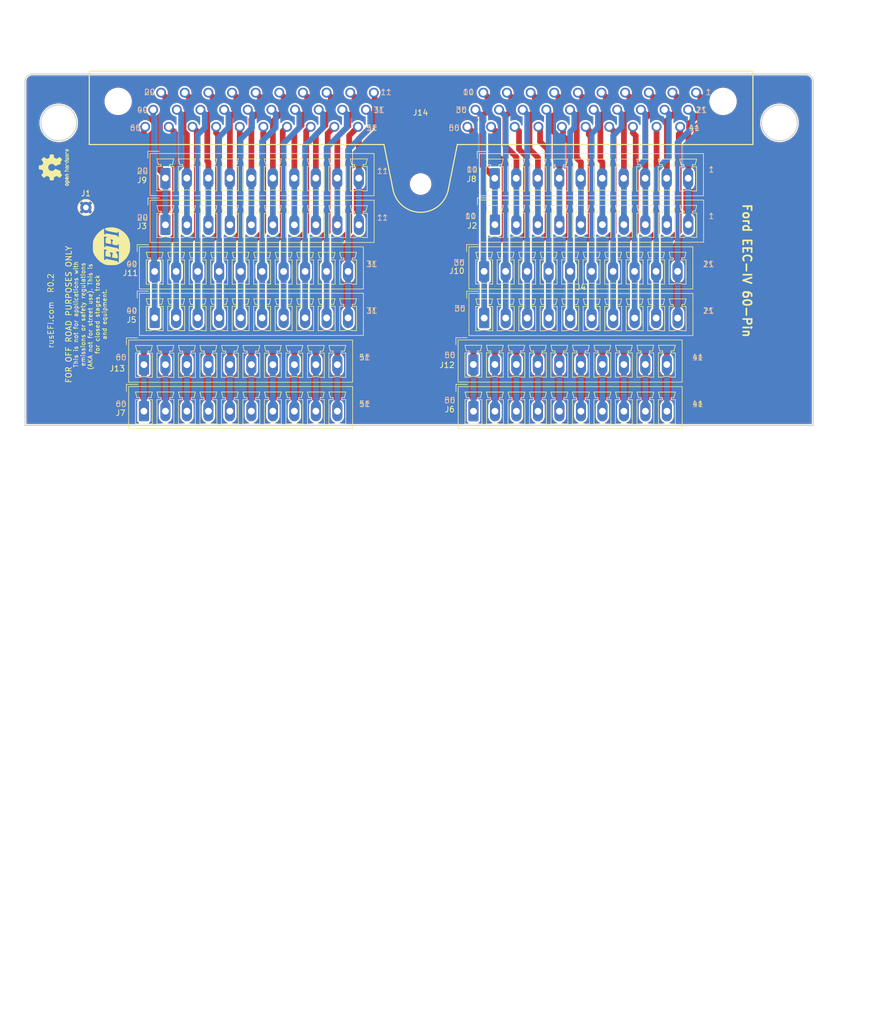
<source format=kicad_pcb>
(kicad_pcb (version 20171130) (host pcbnew 5.1.9)
  (title_block (title "134pin 7-967288-1 Breakout board") (date 2020-06-02) (rev R0.1))
  (layers (0 F.Cu signal hide) (31 B.Cu signal) (34 B.Paste user) (35 F.Paste user) (36 B.SilkS user hide) (37 F.SilkS user) (38 B.Mask user) (39 F.Mask user) (44 Edge.Cuts user))
  (net 0 "")
  (net 1 "Net-(J11-Pad4)")
  (net 2 "Net-(J11-Pad3)")
  (net 3 "Net-(J11-Pad2)")
  (net 4 "Net-(J10-Pad4)")
  (net 5 "Net-(J10-Pad3)")
  (net 6 "Net-(J10-Pad2)")
  (net 7 "Net-(J13-Pad2)")
  (net 8 "Net-(J14-Pad2)")
  (net 9 GND)
  (net 10 /420)
  (net 11 /421)
  (net 12 /10)
  (net 13 "Net-(J14-Pad9)")
  (net 14 "Net-(J14-Pad8)")
  (net 15 "Net-(J14-Pad7)")
  (net 16 "Net-(J14-Pad6)")
  (net 17 /5)
  (net 18 "Net-(J14-Pad4)")
  (net 19 "Net-(J14-Pad3)")
  (net 20 /1)
  (net 21 "Net-(J14-Pad19)")
  (net 22 "Net-(J14-Pad18)")
  (net 23 "Net-(J14-Pad17)")
  (net 24 "Net-(J14-Pad16)")
  (net 25 /15)
  (net 26 "Net-(J14-Pad14)")
  (net 27 "Net-(J14-Pad13)")
  (net 28 "Net-(J14-Pad12)")
  (net 29 /11)
  (net 30 /25)
  (net 31 "Net-(J10-Pad7)")
  (net 32 "Net-(J10-Pad8)")
  (net 33 /31)
  (net 34 "Net-(J12-Pad8)")
  (net 35 "Net-(J12-Pad7)")
  (net 36 /45)
  (net 37 "Net-(J12-Pad4)")
  (net 38 "Net-(J12-Pad3)")
  (net 39 "Net-(J12-Pad2)")
  (net 40 /41)
  (net 41 /60)
  (net 42 "Net-(J13-Pad9)")
  (net 43 /55)
  (net 44 /54)
  (net 45 /53)
  (net 46 "Net-(J10-Pad9)")
  (net 47 "Net-(J10-Pad5)")
  (net 48 /30)
  (net 49 "Net-(J11-Pad9)")
  (net 50 "Net-(J11-Pad8)")
  (net 51 "Net-(J11-Pad7)")
  (net 52 /35)
  (net 53 "Net-(J11-Pad5)")
  (net 54 /40)
  (net 55 "Net-(J12-Pad9)")
  (net 56 "Net-(J12-Pad5)")
  (net 57 /50)
  (net 58 "Net-(J13-Pad10)")
  (net 59 "Net-(J13-Pad5)")
  (net 60 "Net-(J13-Pad4)")
  (net 61 "Net-(J13-Pad3)")
  (module rusEFI:eeciv (layer F.Cu) (at 166.009425 62.296099)
    (fp_text reference J14 (at -0.019 7.401) (layer F.SilkS))
    (fp_text value EEC-IV)
    (pad 20 thru_hole circle (at -46.009 3.858) (size 1.778 1.778) (drill 1.143) (layers *.Cu *.Mask) (net 10 /420))
    (pad 18 thru_hole circle (at -37.627 3.861) (size 1.778 1.778) (drill 1.143) (layers *.Cu *.Mask) (net 22 "Net-(J14-Pad18)"))
    (pad 14 thru_hole circle (at -20.869 3.855) (size 1.778 1.778) (drill 1.143) (layers *.Cu *.Mask) (net 26 "Net-(J14-Pad14)"))
    (pad 15 thru_hole circle (at -25.055 3.852) (size 1.778 1.778) (drill 1.143) (layers *.Cu *.Mask) (net 25 /15))
    (pad 19 thru_hole circle (at -41.823 3.861) (size 1.778 1.778) (drill 1.143) (layers *.Cu *.Mask) (net 21 "Net-(J14-Pad19)"))
    (pad 13 thru_hole circle (at -16.673 3.855) (size 1.778 1.778) (drill 1.143) (layers *.Cu *.Mask) (net 27 "Net-(J14-Pad13)"))
    (pad 17 thru_hole circle (at -33.435 3.857) (size 1.778 1.778) (drill 1.143) (layers *.Cu *.Mask) (net 23 "Net-(J14-Pad17)"))
    (pad 11 thru_hole circle (at -8.293 3.857) (size 1.778 1.778) (drill 1.143) (layers *.Cu *.Mask) (net 29 /11))
    (pad 16 thru_hole circle (at -29.247 3.863) (size 1.778 1.778) (drill 1.143) (layers *.Cu *.Mask) (net 24 "Net-(J14-Pad16)"))
    (pad 12 thru_hole circle (at -12.481 3.851) (size 1.778 1.778) (drill 1.143) (layers *.Cu *.Mask) (net 28 "Net-(J14-Pad12)"))
    (pad 40 thru_hole circle (at -47.413 6.884) (size 1.778 1.778) (drill 1.143) (layers *.Cu *.Mask) (net 54 /40))
    (pad 38 thru_hole circle (at -39.031 6.887) (size 1.778 1.778) (drill 1.143) (layers *.Cu *.Mask) (net 2 "Net-(J11-Pad3)"))
    (pad 34 thru_hole circle (at -22.273 6.881) (size 1.778 1.778) (drill 1.143) (layers *.Cu *.Mask) (net 51 "Net-(J11-Pad7)"))
    (pad 35 thru_hole circle (at -26.459 6.878) (size 1.778 1.778) (drill 1.143) (layers *.Cu *.Mask) (net 52 /35))
    (pad 39 thru_hole circle (at -43.227 6.887) (size 1.778 1.778) (drill 1.143) (layers *.Cu *.Mask) (net 3 "Net-(J11-Pad2)"))
    (pad 33 thru_hole circle (at -18.077 6.881) (size 1.778 1.778) (drill 1.143) (layers *.Cu *.Mask) (net 50 "Net-(J11-Pad8)"))
    (pad 37 thru_hole circle (at -34.839 6.883) (size 1.778 1.778) (drill 1.143) (layers *.Cu *.Mask) (net 1 "Net-(J11-Pad4)"))
    (pad 31 thru_hole circle (at -9.697 6.883) (size 1.778 1.778) (drill 1.143) (layers *.Cu *.Mask) (net 33 /31))
    (pad 36 thru_hole circle (at -30.651 6.889) (size 1.778 1.778) (drill 1.143) (layers *.Cu *.Mask) (net 53 "Net-(J11-Pad5)"))
    (pad 32 thru_hole circle (at -13.885 6.877) (size 1.778 1.778) (drill 1.143) (layers *.Cu *.Mask) (net 49 "Net-(J11-Pad9)"))
    (pad 55 thru_hole circle (at -27.875 9.903) (size 1.778 1.778) (drill 1.143) (layers *.Cu *.Mask) (net 43 /55))
    (pad 53 thru_hole circle (at -19.493 9.906) (size 1.778 1.778) (drill 1.143) (layers *.Cu *.Mask) (net 45 /53))
    (pad 54 thru_hole circle (at -23.689 9.906) (size 1.778 1.778) (drill 1.143) (layers *.Cu *.Mask) (net 44 /54))
    (pad 52 thru_hole circle (at -15.301 9.902) (size 1.778 1.778) (drill 1.143) (layers *.Cu *.Mask) (net 42 "Net-(J13-Pad9)"))
    (pad 51 thru_hole circle (at -11.113 9.908) (size 1.778 1.778) (drill 1.143) (layers *.Cu *.Mask) (net 58 "Net-(J13-Pad10)"))
    (pad 56 thru_hole circle (at -32.067 9.914) (size 1.778 1.778) (drill 1.143) (layers *.Cu *.Mask) (net 59 "Net-(J13-Pad5)"))
    (pad 57 thru_hole circle (at -36.255 9.908) (size 1.778 1.778) (drill 1.143) (layers *.Cu *.Mask) (net 60 "Net-(J13-Pad4)"))
    (pad 58 thru_hole circle (at -40.447 9.912) (size 1.778 1.778) (drill 1.143) (layers *.Cu *.Mask) (net 61 "Net-(J13-Pad3)"))
    (pad 59 thru_hole circle (at -44.643 9.912) (size 1.778 1.778) (drill 1.143) (layers *.Cu *.Mask) (net 7 "Net-(J13-Pad2)"))
    (pad 60 thru_hole circle (at -48.829 9.909) (size 1.778 1.778) (drill 1.143) (layers *.Cu *.Mask) (net 41 /60))
    (pad 42 thru_hole circle (at 41.819 9.899) (size 1.778 1.778) (drill 1.143) (layers *.Cu *.Mask) (net 55 "Net-(J12-Pad9)"))
    (pad 1 thru_hole circle (at 48.827 3.854) (size 1.778 1.778) (drill 1.143) (layers *.Cu *.Mask) (net 20 /1))
    (pad 9 thru_hole circle (at 15.297 3.858) (size 1.778 1.778) (drill 1.143) (layers *.Cu *.Mask) (net 13 "Net-(J14-Pad9)"))
    (pad 45 thru_hole circle (at 29.245 9.9) (size 1.778 1.778) (drill 1.143) (layers *.Cu *.Mask) (net 36 /45))
    (pad 41 thru_hole circle (at 46.007 9.905) (size 1.778 1.778) (drill 1.143) (layers *.Cu *.Mask) (net 40 /41))
    (pad 43 thru_hole circle (at 37.627 9.903) (size 1.778 1.778) (drill 1.143) (layers *.Cu *.Mask) (net 34 "Net-(J12-Pad8)"))
    (pad 2 thru_hole circle (at 44.639 3.848) (size 1.778 1.778) (drill 1.143) (layers *.Cu *.Mask) (net 8 "Net-(J14-Pad2)"))
    (pad 7 thru_hole circle (at 23.685 3.854) (size 1.778 1.778) (drill 1.143) (layers *.Cu *.Mask) (net 15 "Net-(J14-Pad7)"))
    (pad 25 thru_hole circle (at 30.661 6.875) (size 1.778 1.778) (drill 1.143) (layers *.Cu *.Mask) (net 30 /25))
    (pad 24 thru_hole circle (at 34.847 6.878) (size 1.778 1.778) (drill 1.143) (layers *.Cu *.Mask) (net 31 "Net-(J10-Pad7)"))
    (pad 21 thru_hole circle (at 47.423 6.88) (size 1.778 1.778) (drill 1.143) (layers *.Cu *.Mask) (net 11 /421))
    (pad 28 thru_hole circle (at 18.089 6.884) (size 1.778 1.778) (drill 1.143) (layers *.Cu *.Mask) (net 5 "Net-(J10-Pad3)"))
    (pad 23 thru_hole circle (at 39.043 6.878) (size 1.778 1.778) (drill 1.143) (layers *.Cu *.Mask) (net 32 "Net-(J10-Pad8)"))
    (pad 44 thru_hole circle (at 33.431 9.903) (size 1.778 1.778) (drill 1.143) (layers *.Cu *.Mask) (net 35 "Net-(J12-Pad7)"))
    (pad 22 thru_hole circle (at 43.235 6.874) (size 1.778 1.778) (drill 1.143) (layers *.Cu *.Mask) (net 46 "Net-(J10-Pad9)"))
    (pad 3 thru_hole circle (at 40.447 3.852) (size 1.778 1.778) (drill 1.143) (layers *.Cu *.Mask) (net 19 "Net-(J14-Pad3)"))
    (pad 26 thru_hole circle (at 26.469 6.886) (size 1.778 1.778) (drill 1.143) (layers *.Cu *.Mask) (net 47 "Net-(J10-Pad5)"))
    (pad 10 thru_hole circle (at 11.111 3.855) (size 1.778 1.778) (drill 1.143) (layers *.Cu *.Mask) (net 12 /10))
    (pad 29 thru_hole circle (at 13.893 6.884) (size 1.778 1.778) (drill 1.143) (layers *.Cu *.Mask) (net 6 "Net-(J10-Pad2)"))
    (pad 8 thru_hole circle (at 19.493 3.858) (size 1.778 1.778) (drill 1.143) (layers *.Cu *.Mask) (net 14 "Net-(J14-Pad8)"))
    (pad 5 thru_hole circle (at 32.065 3.849) (size 1.778 1.778) (drill 1.143) (layers *.Cu *.Mask) (net 17 /5))
    (pad 46 thru_hole circle (at 25.053 9.911) (size 1.778 1.778) (drill 1.143) (layers *.Cu *.Mask) (net 56 "Net-(J12-Pad5)"))
    (pad 50 thru_hole circle (at 8.291 9.906) (size 1.778 1.778) (drill 1.143) (layers *.Cu *.Mask) (net 57 /50))
    (pad 49 thru_hole circle (at 12.477 9.909) (size 1.778 1.778) (drill 1.143) (layers *.Cu *.Mask) (net 39 "Net-(J12-Pad2)"))
    (pad 4 thru_hole circle (at 36.251 3.852) (size 1.778 1.778) (drill 1.143) (layers *.Cu *.Mask) (net 18 "Net-(J14-Pad4)"))
    (pad 30 thru_hole circle (at 9.707 6.881) (size 1.778 1.778) (drill 1.143) (layers *.Cu *.Mask) (net 48 /30))
    (pad 48 thru_hole circle (at 16.673 9.909) (size 1.778 1.778) (drill 1.143) (layers *.Cu *.Mask) (net 38 "Net-(J12-Pad3)"))
    (pad 47 thru_hole circle (at 20.865 9.905) (size 1.778 1.778) (drill 1.143) (layers *.Cu *.Mask) (net 37 "Net-(J12-Pad4)"))
    (pad 27 thru_hole circle (at 22.281 6.88) (size 1.778 1.778) (drill 1.143) (layers *.Cu *.Mask) (net 4 "Net-(J10-Pad4)"))
    (pad 6 thru_hole circle (at 27.873 3.86) (size 1.778 1.778) (drill 1.143) (layers *.Cu *.Mask) (net 16 "Net-(J14-Pad6)"))
    (pad "" np_thru_hole circle (at 53.617 5.412) (size 4.25 4.25) (drill 4.25) (layers *.Cu *.Mask))
    (pad "" np_thru_hole circle (at -53.624 5.407) (size 4.25 4.25) (drill 4.25) (layers *.Cu *.Mask))
    (pad "" np_thru_hole circle (at -0.003 20.048) (size 3.22 3.22) (drill 3.22) (layers *.Cu *.Mask))
  )
  (module Connector_Phoenix_MC:PhoenixContact_MCV_1,5_10-G-3.81_1x10_P3.81mm_Vertical (layer F.Cu) (at 116.9543 114.3381)
    (fp_text reference J13 (at -4.7244 0.6858) (layer F.SilkS))
    (fp_text value Conn_01x10)
    (pad 10 thru_hole oval (at 34.29 0) (size 1.8 3.6) (drill 1.2) (layers *.Cu *.Mask) (net 58 "Net-(J13-Pad10)"))
    (pad 9 thru_hole oval (at 30.48 0) (size 1.8 3.6) (drill 1.2) (layers *.Cu *.Mask) (net 42 "Net-(J13-Pad9)"))
    (pad 8 thru_hole oval (at 26.67 0) (size 1.8 3.6) (drill 1.2) (layers *.Cu *.Mask) (net 45 /53))
    (pad 7 thru_hole oval (at 22.86 0) (size 1.8 3.6) (drill 1.2) (layers *.Cu *.Mask) (net 44 /54))
    (pad 6 thru_hole oval (at 19.05 0) (size 1.8 3.6) (drill 1.2) (layers *.Cu *.Mask) (net 43 /55))
    (pad 5 thru_hole oval (at 15.24 0) (size 1.8 3.6) (drill 1.2) (layers *.Cu *.Mask) (net 59 "Net-(J13-Pad5)"))
    (pad 4 thru_hole oval (at 11.43 0) (size 1.8 3.6) (drill 1.2) (layers *.Cu *.Mask) (net 60 "Net-(J13-Pad4)"))
    (pad 3 thru_hole oval (at 7.62 0) (size 1.8 3.6) (drill 1.2) (layers *.Cu *.Mask) (net 61 "Net-(J13-Pad3)"))
    (pad 2 thru_hole oval (at 3.81 0) (size 1.8 3.6) (drill 1.2) (layers *.Cu *.Mask) (net 7 "Net-(J13-Pad2)"))
    (pad 1 thru_hole roundrect (at 0 0) (size 1.8 3.6) (drill 1.2) (layers *.Cu *.Mask) (roundrect_rratio 0.1388888888888889) (net 41 /60))
  )
  (module Connector_Phoenix_MC:PhoenixContact_MCV_1,5_10-G-3.81_1x10_P3.81mm_Vertical (layer F.Cu) (at 175.3616 114.3127)
    (fp_text reference J12 (at -4.6736 0.1016) (layer F.SilkS))
    (fp_text value Conn_01x10)
    (pad 10 thru_hole oval (at 34.29 0) (size 1.8 3.6) (drill 1.2) (layers *.Cu *.Mask) (net 40 /41))
    (pad 9 thru_hole oval (at 30.48 0) (size 1.8 3.6) (drill 1.2) (layers *.Cu *.Mask) (net 55 "Net-(J12-Pad9)"))
    (pad 8 thru_hole oval (at 26.67 0) (size 1.8 3.6) (drill 1.2) (layers *.Cu *.Mask) (net 34 "Net-(J12-Pad8)"))
    (pad 7 thru_hole oval (at 22.86 0) (size 1.8 3.6) (drill 1.2) (layers *.Cu *.Mask) (net 35 "Net-(J12-Pad7)"))
    (pad 6 thru_hole oval (at 19.05 0) (size 1.8 3.6) (drill 1.2) (layers *.Cu *.Mask) (net 36 /45))
    (pad 5 thru_hole oval (at 15.24 0) (size 1.8 3.6) (drill 1.2) (layers *.Cu *.Mask) (net 56 "Net-(J12-Pad5)"))
    (pad 4 thru_hole oval (at 11.43 0) (size 1.8 3.6) (drill 1.2) (layers *.Cu *.Mask) (net 37 "Net-(J12-Pad4)"))
    (pad 3 thru_hole oval (at 7.62 0) (size 1.8 3.6) (drill 1.2) (layers *.Cu *.Mask) (net 38 "Net-(J12-Pad3)"))
    (pad 2 thru_hole oval (at 3.81 0) (size 1.8 3.6) (drill 1.2) (layers *.Cu *.Mask) (net 39 "Net-(J12-Pad2)"))
    (pad 1 thru_hole roundrect (at 0 0) (size 1.8 3.6) (drill 1.2) (layers *.Cu *.Mask) (roundrect_rratio 0.1388888888888889) (net 57 /50))
  )
  (module Connector_Phoenix_MC:PhoenixContact_MCV_1,5_10-G-3.81_1x10_P3.81mm_Vertical (layer F.Cu) (at 118.8593 97.8281)
    (fp_text reference J11 (at -4.3053 0.2794) (layer F.SilkS))
    (fp_text value Conn_01x10)
    (pad 10 thru_hole oval (at 34.29 0) (size 1.8 3.6) (drill 1.2) (layers *.Cu *.Mask) (net 33 /31))
    (pad 9 thru_hole oval (at 30.48 0) (size 1.8 3.6) (drill 1.2) (layers *.Cu *.Mask) (net 49 "Net-(J11-Pad9)"))
    (pad 8 thru_hole oval (at 26.67 0) (size 1.8 3.6) (drill 1.2) (layers *.Cu *.Mask) (net 50 "Net-(J11-Pad8)"))
    (pad 7 thru_hole oval (at 22.86 0) (size 1.8 3.6) (drill 1.2) (layers *.Cu *.Mask) (net 51 "Net-(J11-Pad7)"))
    (pad 6 thru_hole oval (at 19.05 0) (size 1.8 3.6) (drill 1.2) (layers *.Cu *.Mask) (net 52 /35))
    (pad 5 thru_hole oval (at 15.24 0) (size 1.8 3.6) (drill 1.2) (layers *.Cu *.Mask) (net 53 "Net-(J11-Pad5)"))
    (pad 4 thru_hole oval (at 11.43 0) (size 1.8 3.6) (drill 1.2) (layers *.Cu *.Mask) (net 1 "Net-(J11-Pad4)"))
    (pad 3 thru_hole oval (at 7.62 0) (size 1.8 3.6) (drill 1.2) (layers *.Cu *.Mask) (net 2 "Net-(J11-Pad3)"))
    (pad 2 thru_hole oval (at 3.81 0) (size 1.8 3.6) (drill 1.2) (layers *.Cu *.Mask) (net 3 "Net-(J11-Pad2)"))
    (pad 1 thru_hole roundrect (at 0 0) (size 1.8 3.6) (drill 1.2) (layers *.Cu *.Mask) (roundrect_rratio 0.1388888888888889) (net 54 /40))
  )
  (module Connector_Phoenix_MC:PhoenixContact_MCV_1,5_10-G-3.81_1x10_P3.81mm_Vertical (layer F.Cu) (at 177.2666 97.8154)
    (fp_text reference J10 (at -4.8387 -0.0762) (layer F.SilkS))
    (fp_text value Conn_01x10)
    (pad 10 thru_hole oval (at 34.29 0) (size 1.8 3.6) (drill 1.2) (layers *.Cu *.Mask) (net 11 /421))
    (pad 9 thru_hole oval (at 30.48 0) (size 1.8 3.6) (drill 1.2) (layers *.Cu *.Mask) (net 46 "Net-(J10-Pad9)"))
    (pad 8 thru_hole oval (at 26.67 0) (size 1.8 3.6) (drill 1.2) (layers *.Cu *.Mask) (net 32 "Net-(J10-Pad8)"))
    (pad 7 thru_hole oval (at 22.86 0) (size 1.8 3.6) (drill 1.2) (layers *.Cu *.Mask) (net 31 "Net-(J10-Pad7)"))
    (pad 6 thru_hole oval (at 19.05 0) (size 1.8 3.6) (drill 1.2) (layers *.Cu *.Mask) (net 30 /25))
    (pad 5 thru_hole oval (at 15.24 0) (size 1.8 3.6) (drill 1.2) (layers *.Cu *.Mask) (net 47 "Net-(J10-Pad5)"))
    (pad 4 thru_hole oval (at 11.43 0) (size 1.8 3.6) (drill 1.2) (layers *.Cu *.Mask) (net 4 "Net-(J10-Pad4)"))
    (pad 3 thru_hole oval (at 7.62 0) (size 1.8 3.6) (drill 1.2) (layers *.Cu *.Mask) (net 5 "Net-(J10-Pad3)"))
    (pad 2 thru_hole oval (at 3.81 0) (size 1.8 3.6) (drill 1.2) (layers *.Cu *.Mask) (net 6 "Net-(J10-Pad2)"))
    (pad 1 thru_hole roundrect (at 0 0) (size 1.8 3.6) (drill 1.2) (layers *.Cu *.Mask) (roundrect_rratio 0.1388888888888889) (net 48 /30))
  )
  (module Connector_Phoenix_MC:PhoenixContact_MCV_1,5_10-G-3.81_1x10_P3.81mm_Vertical (layer F.Cu) (at 120.7516 81.2927)
    (fp_text reference J9 (at -4.1402 0.3683) (layer F.SilkS))
    (fp_text value Conn_01x10)
    (pad 10 thru_hole oval (at 34.29 0) (size 1.8 3.6) (drill 1.2) (layers *.Cu *.Mask) (net 29 /11))
    (pad 9 thru_hole oval (at 30.48 0) (size 1.8 3.6) (drill 1.2) (layers *.Cu *.Mask) (net 28 "Net-(J14-Pad12)"))
    (pad 8 thru_hole oval (at 26.67 0) (size 1.8 3.6) (drill 1.2) (layers *.Cu *.Mask) (net 27 "Net-(J14-Pad13)"))
    (pad 7 thru_hole oval (at 22.86 0) (size 1.8 3.6) (drill 1.2) (layers *.Cu *.Mask) (net 26 "Net-(J14-Pad14)"))
    (pad 6 thru_hole oval (at 19.05 0) (size 1.8 3.6) (drill 1.2) (layers *.Cu *.Mask) (net 25 /15))
    (pad 5 thru_hole oval (at 15.24 0) (size 1.8 3.6) (drill 1.2) (layers *.Cu *.Mask) (net 24 "Net-(J14-Pad16)"))
    (pad 4 thru_hole oval (at 11.43 0) (size 1.8 3.6) (drill 1.2) (layers *.Cu *.Mask) (net 23 "Net-(J14-Pad17)"))
    (pad 3 thru_hole oval (at 7.62 0) (size 1.8 3.6) (drill 1.2) (layers *.Cu *.Mask) (net 22 "Net-(J14-Pad18)"))
    (pad 2 thru_hole oval (at 3.81 0) (size 1.8 3.6) (drill 1.2) (layers *.Cu *.Mask) (net 21 "Net-(J14-Pad19)"))
    (pad 1 thru_hole roundrect (at 0 0) (size 1.8 3.6) (drill 1.2) (layers *.Cu *.Mask) (roundrect_rratio 0.1388888888888889) (net 10 /420))
  )
  (module Connector_Phoenix_MC:PhoenixContact_MCV_1,5_10-G-3.81_1x10_P3.81mm_Vertical (layer F.Cu) (at 179.1462 81.3181)
    (fp_text reference J8 (at -4.1021 0.1397) (layer F.SilkS))
    (fp_text value Conn_01x10)
    (pad 10 thru_hole oval (at 34.29 0) (size 1.8 3.6) (drill 1.2) (layers *.Cu *.Mask) (net 20 /1))
    (pad 9 thru_hole oval (at 30.48 0) (size 1.8 3.6) (drill 1.2) (layers *.Cu *.Mask) (net 8 "Net-(J14-Pad2)"))
    (pad 8 thru_hole oval (at 26.67 0) (size 1.8 3.6) (drill 1.2) (layers *.Cu *.Mask) (net 19 "Net-(J14-Pad3)"))
    (pad 7 thru_hole oval (at 22.86 0) (size 1.8 3.6) (drill 1.2) (layers *.Cu *.Mask) (net 18 "Net-(J14-Pad4)"))
    (pad 6 thru_hole oval (at 19.05 0) (size 1.8 3.6) (drill 1.2) (layers *.Cu *.Mask) (net 17 /5))
    (pad 5 thru_hole oval (at 15.24 0) (size 1.8 3.6) (drill 1.2) (layers *.Cu *.Mask) (net 16 "Net-(J14-Pad6)"))
    (pad 4 thru_hole oval (at 11.43 0) (size 1.8 3.6) (drill 1.2) (layers *.Cu *.Mask) (net 15 "Net-(J14-Pad7)"))
    (pad 3 thru_hole oval (at 7.62 0) (size 1.8 3.6) (drill 1.2) (layers *.Cu *.Mask) (net 14 "Net-(J14-Pad8)"))
    (pad 2 thru_hole oval (at 3.81 0) (size 1.8 3.6) (drill 1.2) (layers *.Cu *.Mask) (net 13 "Net-(J14-Pad9)"))
    (pad 1 thru_hole roundrect (at 0 0) (size 1.8 3.6) (drill 1.2) (layers *.Cu *.Mask) (roundrect_rratio 0.1388888888888889) (net 12 /10))
  )
  (module Connector_Phoenix_MC:PhoenixContact_MCV_1,5_10-G-3.81_1x10_P3.81mm_Vertical (layer F.Cu) (at 116.9543 122.5804)
    (fp_text reference J7 (at -4.1402 0.3175) (layer F.SilkS))
    (fp_text value Conn_01x10)
    (pad 10 thru_hole oval (at 34.29 0) (size 1.8 3.6) (drill 1.2) (layers *.Cu *.Mask) (net 58 "Net-(J13-Pad10)"))
    (pad 9 thru_hole oval (at 30.48 0) (size 1.8 3.6) (drill 1.2) (layers *.Cu *.Mask) (net 42 "Net-(J13-Pad9)"))
    (pad 8 thru_hole oval (at 26.67 0) (size 1.8 3.6) (drill 1.2) (layers *.Cu *.Mask) (net 45 /53))
    (pad 7 thru_hole oval (at 22.86 0) (size 1.8 3.6) (drill 1.2) (layers *.Cu *.Mask) (net 44 /54))
    (pad 6 thru_hole oval (at 19.05 0) (size 1.8 3.6) (drill 1.2) (layers *.Cu *.Mask) (net 43 /55))
    (pad 5 thru_hole oval (at 15.24 0) (size 1.8 3.6) (drill 1.2) (layers *.Cu *.Mask) (net 59 "Net-(J13-Pad5)"))
    (pad 4 thru_hole oval (at 11.43 0) (size 1.8 3.6) (drill 1.2) (layers *.Cu *.Mask) (net 60 "Net-(J13-Pad4)"))
    (pad 3 thru_hole oval (at 7.62 0) (size 1.8 3.6) (drill 1.2) (layers *.Cu *.Mask) (net 61 "Net-(J13-Pad3)"))
    (pad 2 thru_hole oval (at 3.81 0) (size 1.8 3.6) (drill 1.2) (layers *.Cu *.Mask) (net 7 "Net-(J13-Pad2)"))
    (pad 1 thru_hole roundrect (at 0 0) (size 1.8 3.6) (drill 1.2) (layers *.Cu *.Mask) (roundrect_rratio 0.1388888888888889) (net 41 /60))
  )
  (module Connector_Phoenix_MC:PhoenixContact_MCV_1,5_10-G-3.81_1x10_P3.81mm_Vertical (layer F.Cu) (at 175.3743 122.5931)
    (fp_text reference J6 (at -4.2037 -0.3302) (layer F.SilkS))
    (fp_text value Conn_01x10)
    (pad 10 thru_hole oval (at 34.29 0) (size 1.8 3.6) (drill 1.2) (layers *.Cu *.Mask) (net 40 /41))
    (pad 9 thru_hole oval (at 30.48 0) (size 1.8 3.6) (drill 1.2) (layers *.Cu *.Mask) (net 55 "Net-(J12-Pad9)"))
    (pad 8 thru_hole oval (at 26.67 0) (size 1.8 3.6) (drill 1.2) (layers *.Cu *.Mask) (net 34 "Net-(J12-Pad8)"))
    (pad 7 thru_hole oval (at 22.86 0) (size 1.8 3.6) (drill 1.2) (layers *.Cu *.Mask) (net 35 "Net-(J12-Pad7)"))
    (pad 6 thru_hole oval (at 19.05 0) (size 1.8 3.6) (drill 1.2) (layers *.Cu *.Mask) (net 36 /45))
    (pad 5 thru_hole oval (at 15.24 0) (size 1.8 3.6) (drill 1.2) (layers *.Cu *.Mask) (net 56 "Net-(J12-Pad5)"))
    (pad 4 thru_hole oval (at 11.43 0) (size 1.8 3.6) (drill 1.2) (layers *.Cu *.Mask) (net 37 "Net-(J12-Pad4)"))
    (pad 3 thru_hole oval (at 7.62 0) (size 1.8 3.6) (drill 1.2) (layers *.Cu *.Mask) (net 38 "Net-(J12-Pad3)"))
    (pad 2 thru_hole oval (at 3.81 0) (size 1.8 3.6) (drill 1.2) (layers *.Cu *.Mask) (net 39 "Net-(J12-Pad2)"))
    (pad 1 thru_hole roundrect (at 0 0) (size 1.8 3.6) (drill 1.2) (layers *.Cu *.Mask) (roundrect_rratio 0.1388888888888889) (net 57 /50))
  )
  (module Connector_Phoenix_MC:PhoenixContact_MCV_1,5_10-G-3.81_1x10_P3.81mm_Vertical (layer F.Cu) (at 118.8593 106.0577)
    (fp_text reference J5 (at -4.1021 0.3429) (layer F.SilkS))
    (fp_text value Conn_01x10)
    (pad 10 thru_hole oval (at 34.29 0) (size 1.8 3.6) (drill 1.2) (layers *.Cu *.Mask) (net 33 /31))
    (pad 9 thru_hole oval (at 30.48 0) (size 1.8 3.6) (drill 1.2) (layers *.Cu *.Mask) (net 49 "Net-(J11-Pad9)"))
    (pad 8 thru_hole oval (at 26.67 0) (size 1.8 3.6) (drill 1.2) (layers *.Cu *.Mask) (net 50 "Net-(J11-Pad8)"))
    (pad 7 thru_hole oval (at 22.86 0) (size 1.8 3.6) (drill 1.2) (layers *.Cu *.Mask) (net 51 "Net-(J11-Pad7)"))
    (pad 6 thru_hole oval (at 19.05 0) (size 1.8 3.6) (drill 1.2) (layers *.Cu *.Mask) (net 52 /35))
    (pad 5 thru_hole oval (at 15.24 0) (size 1.8 3.6) (drill 1.2) (layers *.Cu *.Mask) (net 53 "Net-(J11-Pad5)"))
    (pad 4 thru_hole oval (at 11.43 0) (size 1.8 3.6) (drill 1.2) (layers *.Cu *.Mask) (net 1 "Net-(J11-Pad4)"))
    (pad 3 thru_hole oval (at 7.62 0) (size 1.8 3.6) (drill 1.2) (layers *.Cu *.Mask) (net 2 "Net-(J11-Pad3)"))
    (pad 2 thru_hole oval (at 3.81 0) (size 1.8 3.6) (drill 1.2) (layers *.Cu *.Mask) (net 3 "Net-(J11-Pad2)"))
    (pad 1 thru_hole roundrect (at 0 0) (size 1.8 3.6) (drill 1.2) (layers *.Cu *.Mask) (roundrect_rratio 0.1388888888888889) (net 54 /40))
  )
  (module Connector_Phoenix_MC:PhoenixContact_MCV_1,5_10-G-3.81_1x10_P3.81mm_Vertical (layer F.Cu) (at 177.2793 106.0831)
    (fp_text reference J4 (at 17.14 -5.45) (layer F.SilkS))
    (fp_text value Conn_01x10)
    (pad 10 thru_hole oval (at 34.29 0) (size 1.8 3.6) (drill 1.2) (layers *.Cu *.Mask) (net 11 /421))
    (pad 9 thru_hole oval (at 30.48 0) (size 1.8 3.6) (drill 1.2) (layers *.Cu *.Mask) (net 46 "Net-(J10-Pad9)"))
    (pad 8 thru_hole oval (at 26.67 0) (size 1.8 3.6) (drill 1.2) (layers *.Cu *.Mask) (net 32 "Net-(J10-Pad8)"))
    (pad 7 thru_hole oval (at 22.86 0) (size 1.8 3.6) (drill 1.2) (layers *.Cu *.Mask) (net 31 "Net-(J10-Pad7)"))
    (pad 6 thru_hole oval (at 19.05 0) (size 1.8 3.6) (drill 1.2) (layers *.Cu *.Mask) (net 30 /25))
    (pad 5 thru_hole oval (at 15.24 0) (size 1.8 3.6) (drill 1.2) (layers *.Cu *.Mask) (net 47 "Net-(J10-Pad5)"))
    (pad 4 thru_hole oval (at 11.43 0) (size 1.8 3.6) (drill 1.2) (layers *.Cu *.Mask) (net 4 "Net-(J10-Pad4)"))
    (pad 3 thru_hole oval (at 7.62 0) (size 1.8 3.6) (drill 1.2) (layers *.Cu *.Mask) (net 5 "Net-(J10-Pad3)"))
    (pad 2 thru_hole oval (at 3.81 0) (size 1.8 3.6) (drill 1.2) (layers *.Cu *.Mask) (net 6 "Net-(J10-Pad2)"))
    (pad 1 thru_hole roundrect (at 0 0) (size 1.8 3.6) (drill 1.2) (layers *.Cu *.Mask) (roundrect_rratio 0.1388888888888889) (net 48 /30))
  )
  (module Connector_Phoenix_MC:PhoenixContact_MCV_1,5_10-G-3.81_1x10_P3.81mm_Vertical (layer F.Cu) (at 120.7643 89.5731)
    (fp_text reference J3 (at -4.1656 0.2286) (layer F.SilkS))
    (fp_text value Conn_01x10)
    (pad 10 thru_hole oval (at 34.29 0) (size 1.8 3.6) (drill 1.2) (layers *.Cu *.Mask) (net 29 /11))
    (pad 9 thru_hole oval (at 30.48 0) (size 1.8 3.6) (drill 1.2) (layers *.Cu *.Mask) (net 28 "Net-(J14-Pad12)"))
    (pad 8 thru_hole oval (at 26.67 0) (size 1.8 3.6) (drill 1.2) (layers *.Cu *.Mask) (net 27 "Net-(J14-Pad13)"))
    (pad 7 thru_hole oval (at 22.86 0) (size 1.8 3.6) (drill 1.2) (layers *.Cu *.Mask) (net 26 "Net-(J14-Pad14)"))
    (pad 6 thru_hole oval (at 19.05 0) (size 1.8 3.6) (drill 1.2) (layers *.Cu *.Mask) (net 25 /15))
    (pad 5 thru_hole oval (at 15.24 0) (size 1.8 3.6) (drill 1.2) (layers *.Cu *.Mask) (net 24 "Net-(J14-Pad16)"))
    (pad 4 thru_hole oval (at 11.43 0) (size 1.8 3.6) (drill 1.2) (layers *.Cu *.Mask) (net 23 "Net-(J14-Pad17)"))
    (pad 3 thru_hole oval (at 7.62 0) (size 1.8 3.6) (drill 1.2) (layers *.Cu *.Mask) (net 22 "Net-(J14-Pad18)"))
    (pad 2 thru_hole oval (at 3.81 0) (size 1.8 3.6) (drill 1.2) (layers *.Cu *.Mask) (net 21 "Net-(J14-Pad19)"))
    (pad 1 thru_hole roundrect (at 0 0) (size 1.8 3.6) (drill 1.2) (layers *.Cu *.Mask) (roundrect_rratio 0.1388888888888889) (net 10 /420))
  )
  (module Connector_Phoenix_MC:PhoenixContact_MCV_1,5_10-G-3.81_1x10_P3.81mm_Vertical (layer F.Cu) (at 179.1716 89.535)
    (fp_text reference J2 (at -4.0132 0.1905) (layer F.SilkS))
    (fp_text value Conn_01x10)
    (pad 10 thru_hole oval (at 34.29 0) (size 1.8 3.6) (drill 1.2) (layers *.Cu *.Mask) (net 20 /1))
    (pad 9 thru_hole oval (at 30.48 0) (size 1.8 3.6) (drill 1.2) (layers *.Cu *.Mask) (net 8 "Net-(J14-Pad2)"))
    (pad 8 thru_hole oval (at 26.67 0) (size 1.8 3.6) (drill 1.2) (layers *.Cu *.Mask) (net 19 "Net-(J14-Pad3)"))
    (pad 7 thru_hole oval (at 22.86 0) (size 1.8 3.6) (drill 1.2) (layers *.Cu *.Mask) (net 18 "Net-(J14-Pad4)"))
    (pad 6 thru_hole oval (at 19.05 0) (size 1.8 3.6) (drill 1.2) (layers *.Cu *.Mask) (net 17 /5))
    (pad 5 thru_hole oval (at 15.24 0) (size 1.8 3.6) (drill 1.2) (layers *.Cu *.Mask) (net 16 "Net-(J14-Pad6)"))
    (pad 4 thru_hole oval (at 11.43 0) (size 1.8 3.6) (drill 1.2) (layers *.Cu *.Mask) (net 15 "Net-(J14-Pad7)"))
    (pad 3 thru_hole oval (at 7.62 0) (size 1.8 3.6) (drill 1.2) (layers *.Cu *.Mask) (net 14 "Net-(J14-Pad8)"))
    (pad 2 thru_hole oval (at 3.81 0) (size 1.8 3.6) (drill 1.2) (layers *.Cu *.Mask) (net 13 "Net-(J14-Pad9)"))
    (pad 1 thru_hole roundrect (at 0 0) (size 1.8 3.6) (drill 1.2) (layers *.Cu *.Mask) (roundrect_rratio 0.1388888888888889) (net 12 /10))
  )
  (module rusEFI:LOGO (layer F.Cu) (at 111.2393 93.3704 90)
    (fp_text reference G2 hide)
    (fp_text value LOGO hide)
  )
  (module rusEFI:Off_Road_Disclaimer (layer F.Cu) (at 106.7943 105.4354 90)
    (fp_text reference G1 hide)
    (fp_text value Disclaimer hide)
    (fp_text user "FOR OFF ROAD PURPOSES ONLY" (at 0 -3.175 90) (layer F.SilkS))
    (fp_text user "This is not for applications with" (at 0 -1.905 90) (layer F.SilkS) (effects (font (size 0.762 0.762) (thickness 0.127))))
    (fp_text user "emissions or safety regulations" (at 0 -0.635 90) (layer F.SilkS) (effects (font (size 0.762 0.762) (thickness 0.127))))
    (fp_text user "(AKA not for street use). This is " (at -0.127 0.635 90) (layer F.SilkS) (effects (font (size 0.762 0.762) (thickness 0.127))))
    (fp_text user "for closed stages, track" (at 0 1.905 90) (layer F.SilkS) (effects (font (size 0.762 0.762) (thickness 0.127))))
    (fp_text user "and equipment." (at 0 3.175 90) (layer F.SilkS) (effects (font (size 0.762 0.762) (thickness 0.127))))
  )
  (module Symbol:OSHW-Logo2_7.3x6mm_SilkScreen (layer F.Cu) (at 101.0793 79.4004 90)
    (fp_text reference LOGO1 hide)
    (fp_text value DNP hide)
  )
  (module TestPoint:TestPoint_Keystone_5000-5004_Miniature (layer F.Cu) (at 106.6673 86.4997)
    (fp_text reference J1 (at 0 -2.5) (layer F.SilkS))
    (fp_text value Conn_01x01)
    (pad 1 thru_hole circle (at 0 0) (size 2 2) (drill 1) (layers *.Cu *.Mask) (net 9 GND))
  )
  (gr_text "Ford EEC-IV 60-Pin" (at 223.8629 97.6884 -90) (layer F.SilkS) (effects (font (size 1.5 1.5) (thickness 0.3))))
  (gr_text 11 (at 159.2453 88.2904) (layer B.SilkS) (effects (font (size 1.016 1.016) (thickness 0.13)) (justify mirror)))
  (gr_text 11 (at 159.2453 88.2904) (layer F.SilkS) (effects (font (size 1.016 1.016) (thickness 0.13))))
  (gr_text 11 (at 159.2453 80.0354) (layer F.SilkS) (effects (font (size 1.016 1.016) (thickness 0.13))))
  (gr_text 11 (at 159.2453 80.0354) (layer B.SilkS) (effects (font (size 1.016 1.016) (thickness 0.13)) (justify mirror)))
  (gr_text 31 (at 157.3403 104.8004) (layer F.SilkS) (effects (font (size 1.016 1.016) (thickness 0.13))))
  (gr_text 31 (at 157.3403 104.8004) (layer B.SilkS) (effects (font (size 1.016 1.016) (thickness 0.13)) (justify mirror)))
  (gr_text 31 (at 157.3403 96.5454) (layer F.SilkS) (effects (font (size 1.016 1.016) (thickness 0.13))))
  (gr_text 31 (at 157.3403 96.5454) (layer B.SilkS) (effects (font (size 1.016 1.016) (thickness 0.13)) (justify mirror)))
  (gr_text 51 (at 156.0703 113.0554) (layer B.SilkS) (effects (font (size 1.016 1.016) (thickness 0.13)) (justify mirror)))
  (gr_text 51 (at 156.0703 113.0554) (layer F.SilkS) (effects (font (size 1.016 1.016) (thickness 0.13))))
  (gr_text 51 (at 156.0703 121.3104) (layer B.SilkS) (effects (font (size 1.016 1.016) (thickness 0.13)) (justify mirror)))
  (gr_text 51 (at 156.0703 121.3104) (layer F.SilkS) (effects (font (size 1.016 1.016) (thickness 0.13))))
  (gr_text 20 (at 116.7003 88.2904) (layer B.SilkS) (effects (font (size 1.016 1.016) (thickness 0.13)) (justify mirror)))
  (gr_text 20 (at 116.7003 88.2904) (layer F.SilkS) (effects (font (size 1.016 1.016) (thickness 0.13))))
  (gr_text 20 (at 116.7003 80.0354) (layer F.SilkS) (effects (font (size 1.016 1.016) (thickness 0.13))))
  (gr_text 20 (at 116.7003 80.0354) (layer B.SilkS) (effects (font (size 1.016 1.016) (thickness 0.13)) (justify mirror)))
  (gr_text 40 (at 114.7953 104.8004) (layer B.SilkS) (effects (font (size 1.016 1.016) (thickness 0.13)) (justify mirror)))
  (gr_text 40 (at 114.7953 104.8004) (layer F.SilkS) (effects (font (size 1.016 1.016) (thickness 0.13))))
  (gr_text 40 (at 114.7953 96.5454) (layer F.SilkS) (effects (font (size 1.016 1.016) (thickness 0.13))))
  (gr_text 40 (at 114.7953 96.5454) (layer B.SilkS) (effects (font (size 1.016 1.016) (thickness 0.13)) (justify mirror)))
  (gr_text 60 (at 112.8903 121.3104) (layer B.SilkS) (effects (font (size 1.016 1.016) (thickness 0.13)) (justify mirror)))
  (gr_text 60 (at 112.8903 121.3104) (layer F.SilkS) (effects (font (size 1.016 1.016) (thickness 0.13))))
  (gr_text 60 (at 112.8903 113.0554) (layer F.SilkS) (effects (font (size 1.016 1.016) (thickness 0.13))))
  (gr_text 60 (at 112.8903 113.0554) (layer B.SilkS) (effects (font (size 1.016 1.016) (thickness 0.13)) (justify mirror)))
  (gr_text 41 (at 215.1253 121.3104) (layer B.SilkS) (effects (font (size 1.016 1.016) (thickness 0.13)) (justify mirror)))
  (gr_text 41 (at 215.1253 121.3104) (layer F.SilkS) (effects (font (size 1.016 1.016) (thickness 0.13))))
  (gr_text 41 (at 215.1253 113.0554) (layer F.SilkS) (effects (font (size 1.016 1.016) (thickness 0.13))))
  (gr_text 41 (at 215.1253 113.0554) (layer B.SilkS) (effects (font (size 1.016 1.016) (thickness 0.13)) (justify mirror)))
  (gr_text 21 (at 217.0303 104.8004) (layer F.SilkS) (effects (font (size 1.016 1.016) (thickness 0.13))))
  (gr_text 21 (at 217.0303 104.8004) (layer B.SilkS) (effects (font (size 1.016 1.016) (thickness 0.13)) (justify mirror)))
  (gr_text 21 (at 217.0303 96.5454) (layer F.SilkS) (effects (font (size 1.016 1.016) (thickness 0.13))))
  (gr_text 21 (at 217.0303 96.5454) (layer B.SilkS) (effects (font (size 1.016 1.016) (thickness 0.13)) (justify mirror)))
  (gr_text 1 (at 217.5383 88.0364) (layer B.SilkS) (effects (font (size 1.016 1.016) (thickness 0.13)) (justify mirror)))
  (gr_text 1 (at 217.5383 88.0364) (layer F.SilkS) (effects (font (size 1.016 1.016) (thickness 0.13))))
  (gr_text 1 (at 217.5383 79.7814) (layer F.SilkS) (effects (font (size 1.016 1.016) (thickness 0.13))))
  (gr_text 1 (at 217.5383 79.7814) (layer B.SilkS) (effects (font (size 1.016 1.016) (thickness 0.13)) (justify mirror)))
  (gr_text 10 (at 174.8663 88.0364) (layer B.SilkS) (effects (font (size 1.016 1.016) (thickness 0.13)) (justify mirror)))
  (gr_text 10 (at 174.8663 88.0364) (layer F.SilkS) (effects (font (size 1.016 1.016) (thickness 0.13))))
  (gr_text 10 (at 175.1203 79.7814) (layer F.SilkS) (effects (font (size 1.016 1.016) (thickness 0.13))))
  (gr_text 10 (at 175.1203 79.7814) (layer B.SilkS) (effects (font (size 1.016 1.016) (thickness 0.13)) (justify mirror)))
  (gr_text 30 (at 172.9613 104.4194) (layer B.SilkS) (effects (font (size 1.016 1.016) (thickness 0.13)) (justify mirror)))
  (gr_text 30 (at 172.9613 104.4194) (layer F.SilkS) (effects (font (size 1.016 1.016) (thickness 0.13))))
  (gr_text 30 (at 172.8343 96.2914) (layer F.SilkS) (effects (font (size 1.016 1.016) (thickness 0.13))))
  (gr_text 30 (at 172.8343 96.2914) (layer B.SilkS) (effects (font (size 1.016 1.016) (thickness 0.13)) (justify mirror)))
  (gr_text 50 (at 171.1833 120.6754) (layer F.SilkS) (effects (font (size 1.016 1.016) (thickness 0.13))))
  (gr_text 50 (at 171.1833 120.6754) (layer B.SilkS) (effects (font (size 1.016 1.016) (thickness 0.13)) (justify mirror)))
  (gr_text 50 (at 171.1833 112.6744) (layer F.SilkS) (effects (font (size 1.016 1.016) (thickness 0.13))))
  (gr_text 50 (at 171.1833 112.6744) (layer B.SilkS) (effects (font (size 1.016 1.016) (thickness 0.13)) (justify mirror)))
  (gr_circle (center 229.616 71.501) (end 232.791 71.501) (layer Edge.Cuts) (width 0.2))
  (gr_circle (center 101.854 71.501) (end 105.029 71.501) (layer Edge.Cuts) (width 0.2))
  (gr_arc (start 234.315 64.135) (end 235.585 64.135) (angle -90) (layer Edge.Cuts) (width 0.2))
  (gr_arc (start 97.155 64.135) (end 97.155 62.865) (angle -90) (layer Edge.Cuts) (width 0.2))
  (gr_line (start 95.885 64.135) (end 95.885 125.095) (layer Edge.Cuts) (width 0.2))
  (gr_line (start 234.315 62.865) (end 97.155 62.865) (layer Edge.Cuts) (width 0.2))
  (gr_line (start 235.585 125.095) (end 235.585 64.135) (layer Edge.Cuts) (width 0.2))
  (gr_line (start 95.885 125.095) (end 235.585 125.095) (layer Edge.Cuts) (width 0.2))
  (gr_text 60 (at 115.4303 72.4154) (layer B.SilkS) (effects (font (size 1.016 1.016) (thickness 0.13)) (justify mirror)))
  (gr_text 60 (at 115.4303 72.4154) (layer F.SilkS) (effects (font (size 1.016 1.016) (thickness 0.13))))
  (gr_text "rusEFI.com  R0.2" (at 100.4443 104.8004 90) (layer F.SilkS) (effects (font (size 1.016 1.016) (thickness 0.13))))
  (gr_text 1 (at 217.0303 66.0654) (layer B.SilkS) (effects (font (size 1.016 1.016) (thickness 0.13)) (justify mirror)))
  (gr_text 21 (at 215.7603 69.2404) (layer B.SilkS) (effects (font (size 1.016 1.016) (thickness 0.13)) (justify mirror)))
  (gr_text 10 (at 174.4853 66.0654) (layer B.SilkS) (effects (font (size 1.016 1.016) (thickness 0.13)) (justify mirror)))
  (gr_text 30 (at 173.2153 69.2404) (layer B.SilkS) (effects (font (size 1.016 1.016) (thickness 0.13)) (justify mirror)))
  (gr_text 50 (at 171.9453 72.4154) (layer B.SilkS) (effects (font (size 1.016 1.016) (thickness 0.13)) (justify mirror)))
  (gr_text 11 (at 159.8803 66.0654) (layer B.SilkS) (effects (font (size 1.016 1.016) (thickness 0.13)) (justify mirror)))
  (gr_text 31 (at 158.6103 69.2404) (layer B.SilkS) (effects (font (size 1.016 1.016) (thickness 0.13)) (justify mirror)))
  (gr_text 41 (at 214.4903 72.4154) (layer B.SilkS) (effects (font (size 1.016 1.016) (thickness 0.13)) (justify mirror)))
  (gr_text 51 (at 157.3403 72.4154) (layer B.SilkS) (effects (font (size 1.016 1.016) (thickness 0.13)) (justify mirror)))
  (gr_text 40 (at 116.7003 69.2404) (layer B.SilkS) (effects (font (size 1.016 1.016) (thickness 0.13)) (justify mirror)))
  (gr_text 20 (at 117.9703 66.0654) (layer B.SilkS) (effects (font (size 1.016 1.016) (thickness 0.13)) (justify mirror)))
  (gr_text 30 (at 173.2153 69.2404) (layer F.SilkS) (effects (font (size 1.016 1.016) (thickness 0.13))))
  (gr_text 1 (at 217.0303 66.0654) (layer F.SilkS) (effects (font (size 1.016 1.016) (thickness 0.13))))
  (gr_text 21 (at 215.7603 69.2404) (layer F.SilkS) (effects (font (size 1.016 1.016) (thickness 0.13))))
  (gr_text 10 (at 174.4853 66.0654) (layer F.SilkS) (effects (font (size 1.016 1.016) (thickness 0.13))))
  (gr_text 50 (at 171.9453 72.4154) (layer F.SilkS) (effects (font (size 1.016 1.016) (thickness 0.13))))
  (gr_text 11 (at 159.8803 66.0654) (layer F.SilkS) (effects (font (size 1.016 1.016) (thickness 0.13))))
  (gr_text 31 (at 158.6103 69.2404) (layer F.SilkS) (effects (font (size 1.016 1.016) (thickness 0.13))))
  (gr_text 20 (at 117.9703 66.0654) (layer F.SilkS) (effects (font (size 1.016 1.016) (thickness 0.13))))
  (gr_text 40 (at 116.7003 69.2404) (layer F.SilkS) (effects (font (size 1.016 1.016) (thickness 0.13))))
  (gr_text 41 (at 214.4903 72.4154) (layer F.SilkS) (effects (font (size 1.016 1.016) (thickness 0.13))))
  (gr_text 51 (at 157.3403 72.4154) (layer F.SilkS) (effects (font (size 1.016 1.016) (thickness 0.13))))
  (segment (start 131.937399 69.938499) (end 131.1754 69.1765) (width 1.016) (layer B.Cu) (net 1))
  (segment (start 131.937399 72.354207) (end 131.937399 69.938499) (width 1.016) (layer B.Cu) (net 1))
  (segment (start 130.2893 74.002306) (end 131.937399 72.354207) (width 1.016) (layer B.Cu) (net 1))
  (segment (start 130.2893 97.8154) (end 130.2893 74.002306) (width 1.016) (layer B.Cu) (net 1))
  (segment (start 130.2893 97.8154) (end 130.2893 106.0704) (width 1.016) (layer B.Cu) (net 1))
  (segment (start 127.745399 72.358207) (end 127.745399 69.942499) (width 1.016) (layer B.Cu) (net 2))
  (segment (start 127.745399 69.942499) (end 126.9834 69.1805) (width 1.016) (layer B.Cu) (net 2))
  (segment (start 126.4793 73.624306) (end 127.745399 72.358207) (width 1.016) (layer B.Cu) (net 2))
  (segment (start 126.4793 97.8154) (end 126.4793 73.624306) (width 1.016) (layer B.Cu) (net 2))
  (segment (start 126.4793 97.8154) (end 126.4793 106.0704) (width 1.016) (layer B.Cu) (net 2))
  (segment (start 123.549399 69.942499) (end 122.7874 69.1805) (width 1.016) (layer B.Cu) (net 3))
  (segment (start 123.549399 79.008022) (end 123.549399 69.942499) (width 1.016) (layer B.Cu) (net 3))
  (segment (start 122.6693 79.888121) (end 123.549399 79.008022) (width 1.016) (layer B.Cu) (net 3))
  (segment (start 122.6693 97.8154) (end 122.6693 79.888121) (width 1.016) (layer B.Cu) (net 3))
  (segment (start 122.6693 97.8154) (end 122.6693 106.0704) (width 1.016) (layer B.Cu) (net 3))
  (segment (start 188.7093 69.5874) (end 188.2954 69.1735) (width 1.016) (layer B.Cu) (net 4))
  (segment (start 188.7093 97.8154) (end 188.7093 69.5874) (width 1.016) (layer B.Cu) (net 4))
  (segment (start 188.7093 97.8154) (end 188.7093 106.0704) (width 1.016) (layer B.Cu) (net 4))
  (segment (start 184.8993 69.9734) (end 184.1034 69.1775) (width 1.016) (layer B.Cu) (net 5))
  (segment (start 184.8993 97.8154) (end 184.8993 69.9734) (width 1.016) (layer B.Cu) (net 5))
  (segment (start 184.8993 97.8154) (end 184.8993 106.0704) (width 1.016) (layer B.Cu) (net 5))
  (segment (start 181.0893 70.3594) (end 179.9074 69.1775) (width 1.016) (layer B.Cu) (net 6))
  (segment (start 181.0893 97.8154) (end 181.0893 70.3594) (width 1.016) (layer B.Cu) (net 6))
  (segment (start 181.0893 97.8154) (end 181.0893 106.0704) (width 1.016) (layer B.Cu) (net 6))
  (segment (start 122.133399 72.967499) (end 121.3714 72.2055) (width 1.016) (layer F.Cu) (net 7))
  (segment (start 122.47711 73.31121) (end 122.133399 72.967499) (width 1.016) (layer F.Cu) (net 7))
  (segment (start 122.47711 91.550634) (end 122.47711 73.31121) (width 1.016) (layer F.Cu) (net 7))
  (segment (start 120.7643 93.263444) (end 122.47711 91.550634) (width 1.016) (layer F.Cu) (net 7))
  (segment (start 120.7643 114.3254) (end 120.7643 93.263444) (width 1.016) (layer F.Cu) (net 7))
  (segment (start 120.7643 114.3254) (end 120.7643 122.5804) (width 1.016) (layer B.Cu) (net 7))
  (segment (start 211.415399 69.332207) (end 211.415399 66.903499) (width 1.016) (layer F.Cu) (net 8))
  (segment (start 211.415399 66.903499) (end 210.6534 66.1415) (width 1.016) (layer F.Cu) (net 8))
  (segment (start 209.6643 71.083306) (end 211.415399 69.332207) (width 1.016) (layer F.Cu) (net 8))
  (segment (start 209.6643 81.3054) (end 209.6643 71.083306) (width 1.016) (layer F.Cu) (net 8))
  (segment (start 209.6643 81.3054) (end 209.6643 89.5604) (width 1.016) (layer B.Cu) (net 8))
  (segment (start 120.767399 66.913499) (end 120.0054 66.1515) (width 1.016) (layer F.Cu) (net 10))
  (segment (start 120.767399 69.342207) (end 120.767399 66.913499) (width 1.016) (layer F.Cu) (net 10))
  (segment (start 119.796599 70.313007) (end 120.767399 69.342207) (width 1.016) (layer F.Cu) (net 10))
  (segment (start 119.796599 79.956699) (end 119.796599 70.313007) (width 1.016) (layer F.Cu) (net 10))
  (segment (start 120.7643 80.9244) (end 119.796599 79.956699) (width 1.016) (layer F.Cu) (net 10))
  (segment (start 120.7643 81.3054) (end 120.7643 80.9244) (width 1.016) (layer F.Cu) (net 10))
  (segment (start 120.7643 81.3054) (end 120.7643 89.5604) (width 1.016) (layer B.Cu) (net 10))
  (segment (start 214.199399 69.935499) (end 213.4374 69.1735) (width 1.016) (layer B.Cu) (net 11))
  (segment (start 214.199399 72.351207) (end 214.199399 69.935499) (width 1.016) (layer B.Cu) (net 11))
  (segment (start 211.5693 97.8154) (end 211.5693 74.981306) (width 1.016) (layer B.Cu) (net 11))
  (segment (start 211.5693 74.981306) (end 214.199399 72.351207) (width 1.016) (layer B.Cu) (net 11))
  (segment (start 211.5693 97.8154) (end 211.5693 106.0704) (width 1.016) (layer B.Cu) (net 11))
  (segment (start 177.887399 66.910499) (end 177.1254 66.1485) (width 1.016) (layer F.Cu) (net 12))
  (segment (start 177.887399 69.339207) (end 177.887399 66.910499) (width 1.016) (layer F.Cu) (net 12))
  (segment (start 176.916599 70.310007) (end 177.887399 69.339207) (width 1.016) (layer F.Cu) (net 12))
  (segment (start 176.916599 79.037699) (end 176.916599 70.310007) (width 1.016) (layer F.Cu) (net 12))
  (segment (start 179.1843 81.3054) (end 176.916599 79.037699) (width 1.016) (layer F.Cu) (net 12))
  (segment (start 179.1843 81.3054) (end 179.1843 89.5604) (width 1.016) (layer B.Cu) (net 12))
  (segment (start 182.9943 81.3054) (end 182.9943 89.5604) (width 1.016) (layer B.Cu) (net 13))
  (segment (start 182.073399 66.913499) (end 181.3114 66.1515) (width 1.016) (layer F.Cu) (net 13))
  (segment (start 182.073399 69.342207) (end 182.073399 66.913499) (width 1.016) (layer F.Cu) (net 13))
  (segment (start 181.0258 70.389806) (end 182.073399 69.342207) (width 1.016) (layer F.Cu) (net 13))
  (segment (start 181.0258 75.616806) (end 181.0258 70.389806) (width 1.016) (layer F.Cu) (net 13))
  (segment (start 182.9943 77.585306) (end 181.0258 75.616806) (width 1.016) (layer F.Cu) (net 13))
  (segment (start 182.9943 81.3054) (end 182.9943 77.585306) (width 1.016) (layer F.Cu) (net 13))
  (segment (start 186.269399 69.342207) (end 186.269399 66.913499) (width 1.016) (layer F.Cu) (net 14))
  (segment (start 185.304599 70.307007) (end 186.269399 69.342207) (width 1.016) (layer F.Cu) (net 14))
  (segment (start 185.304599 76.159792) (end 185.304599 70.307007) (width 1.016) (layer F.Cu) (net 14))
  (segment (start 186.8043 77.659493) (end 185.304599 76.159792) (width 1.016) (layer F.Cu) (net 14))
  (segment (start 186.269399 66.913499) (end 185.5074 66.1515) (width 1.016) (layer F.Cu) (net 14))
  (segment (start 186.8043 81.3054) (end 186.8043 77.659493) (width 1.016) (layer F.Cu) (net 14))
  (segment (start 186.8043 81.3054) (end 186.8043 89.5604) (width 1.016) (layer B.Cu) (net 14))
  (segment (start 190.461399 69.338207) (end 190.461399 66.909499) (width 1.016) (layer F.Cu) (net 15))
  (segment (start 189.492599 72.960405) (end 189.492599 70.307007) (width 1.016) (layer F.Cu) (net 15))
  (segment (start 189.92849 73.396296) (end 189.492599 72.960405) (width 1.016) (layer F.Cu) (net 15))
  (segment (start 190.461399 66.909499) (end 189.6994 66.1475) (width 1.016) (layer F.Cu) (net 15))
  (segment (start 189.92849 77.80359) (end 189.92849 73.396296) (width 1.016) (layer F.Cu) (net 15))
  (segment (start 189.492599 70.307007) (end 190.461399 69.338207) (width 1.016) (layer F.Cu) (net 15))
  (segment (start 190.6143 78.4894) (end 189.92849 77.80359) (width 1.016) (layer F.Cu) (net 15))
  (segment (start 190.6143 81.3054) (end 190.6143 78.4894) (width 1.016) (layer F.Cu) (net 15))
  (segment (start 190.6143 81.3054) (end 190.6143 89.5604) (width 1.016) (layer B.Cu) (net 15))
  (segment (start 194.4243 81.3054) (end 194.4243 89.5604) (width 1.016) (layer B.Cu) (net 16))
  (segment (start 194.649399 69.344207) (end 194.649399 66.915499) (width 1.016) (layer F.Cu) (net 16))
  (segment (start 193.684599 70.309007) (end 194.649399 69.344207) (width 1.016) (layer F.Cu) (net 16))
  (segment (start 194.649399 66.915499) (end 193.8874 66.1535) (width 1.016) (layer F.Cu) (net 16))
  (segment (start 193.684599 77.749699) (end 193.684599 70.309007) (width 1.016) (layer F.Cu) (net 16))
  (segment (start 194.4243 78.4894) (end 193.684599 77.749699) (width 1.016) (layer F.Cu) (net 16))
  (segment (start 194.4243 81.3054) (end 194.4243 78.4894) (width 1.016) (layer F.Cu) (net 16))
  (segment (start 198.2343 81.3054) (end 198.2343 89.5604) (width 1.016) (layer B.Cu) (net 17))
  (segment (start 197.870599 70.304007) (end 198.841399 69.333207) (width 1.016) (layer F.Cu) (net 17))
  (segment (start 197.870599 78.125699) (end 197.870599 70.304007) (width 1.016) (layer F.Cu) (net 17))
  (segment (start 198.841399 66.904499) (end 198.0794 66.1425) (width 1.016) (layer F.Cu) (net 17))
  (segment (start 198.841399 69.333207) (end 198.841399 66.904499) (width 1.016) (layer F.Cu) (net 17))
  (segment (start 198.2343 78.4894) (end 197.870599 78.125699) (width 1.016) (layer F.Cu) (net 17))
  (segment (start 198.2343 81.3054) (end 198.2343 78.4894) (width 1.016) (layer F.Cu) (net 17))
  (segment (start 203.027399 69.336207) (end 203.027399 66.907499) (width 1.016) (layer F.Cu) (net 18))
  (segment (start 203.027399 66.907499) (end 202.2654 66.1455) (width 1.016) (layer F.Cu) (net 18))
  (segment (start 202.0443 70.319306) (end 203.027399 69.336207) (width 1.016) (layer F.Cu) (net 18))
  (segment (start 202.0443 81.3054) (end 202.0443 70.319306) (width 1.016) (layer F.Cu) (net 18))
  (segment (start 202.0443 81.3054) (end 202.0443 89.5604) (width 1.016) (layer B.Cu) (net 18))
  (segment (start 205.8543 81.3054) (end 205.8543 89.5604) (width 1.016) (layer B.Cu) (net 19))
  (segment (start 207.223399 66.907499) (end 206.4614 66.1455) (width 1.016) (layer F.Cu) (net 19))
  (segment (start 207.223399 69.336207) (end 207.223399 66.907499) (width 1.016) (layer F.Cu) (net 19))
  (segment (start 205.8543 70.705306) (end 207.223399 69.336207) (width 1.016) (layer F.Cu) (net 19))
  (segment (start 205.8543 81.3054) (end 205.8543 70.705306) (width 1.016) (layer F.Cu) (net 19))
  (segment (start 215.603399 66.909499) (end 214.8414 66.1475) (width 1.016) (layer F.Cu) (net 20))
  (segment (start 213.4743 81.3054) (end 213.4743 73.076306) (width 1.016) (layer F.Cu) (net 20))
  (segment (start 213.596201 71.658499) (end 215.603399 69.651301) (width 1.016) (layer F.Cu) (net 20))
  (segment (start 213.4743 73.076306) (end 213.596201 72.954405) (width 1.016) (layer F.Cu) (net 20))
  (segment (start 213.596201 72.954405) (end 213.596201 71.658499) (width 1.016) (layer F.Cu) (net 20))
  (segment (start 215.603399 69.651301) (end 215.603399 66.909499) (width 1.016) (layer F.Cu) (net 20))
  (segment (start 213.4743 81.3054) (end 213.4743 89.5604) (width 1.016) (layer B.Cu) (net 20))
  (segment (start 124.953399 69.345207) (end 124.953399 66.916499) (width 1.016) (layer F.Cu) (net 21))
  (segment (start 123.992599 72.961405) (end 123.992599 70.306007) (width 1.016) (layer F.Cu) (net 21))
  (segment (start 124.5743 73.543106) (end 123.992599 72.961405) (width 1.016) (layer F.Cu) (net 21))
  (segment (start 124.953399 66.916499) (end 124.1914 66.1545) (width 1.016) (layer F.Cu) (net 21))
  (segment (start 123.992599 70.306007) (end 124.953399 69.345207) (width 1.016) (layer F.Cu) (net 21))
  (segment (start 124.5743 81.3054) (end 124.5743 73.543106) (width 1.016) (layer F.Cu) (net 21))
  (segment (start 124.5743 81.3054) (end 124.5743 89.5604) (width 1.016) (layer B.Cu) (net 21))
  (segment (start 129.149399 69.345207) (end 129.149399 66.916499) (width 1.016) (layer F.Cu) (net 22))
  (segment (start 128.184599 70.310007) (end 129.149399 69.345207) (width 1.016) (layer F.Cu) (net 22))
  (segment (start 128.184599 78.289699) (end 128.184599 70.310007) (width 1.016) (layer F.Cu) (net 22))
  (segment (start 128.3843 78.4894) (end 128.184599 78.289699) (width 1.016) (layer F.Cu) (net 22))
  (segment (start 129.149399 66.916499) (end 128.3874 66.1545) (width 1.016) (layer F.Cu) (net 22))
  (segment (start 128.3843 81.3054) (end 128.3843 78.4894) (width 1.016) (layer F.Cu) (net 22))
  (segment (start 128.3843 81.3054) (end 128.3843 89.5604) (width 1.016) (layer B.Cu) (net 22))
  (segment (start 133.341399 69.341207) (end 133.341399 66.912499) (width 1.016) (layer F.Cu) (net 23))
  (segment (start 132.1943 81.3054) (end 132.1943 70.488306) (width 1.016) (layer F.Cu) (net 23))
  (segment (start 133.341399 66.912499) (end 132.5794 66.1505) (width 1.016) (layer F.Cu) (net 23))
  (segment (start 132.1943 70.488306) (end 133.341399 69.341207) (width 1.016) (layer F.Cu) (net 23))
  (segment (start 132.1943 81.3054) (end 132.1943 89.5604) (width 1.016) (layer B.Cu) (net 23))
  (segment (start 136.0043 70.872306) (end 137.529399 69.347207) (width 1.016) (layer F.Cu) (net 24))
  (segment (start 137.529399 66.918499) (end 136.7674 66.1565) (width 1.016) (layer F.Cu) (net 24))
  (segment (start 137.529399 69.347207) (end 137.529399 66.918499) (width 1.016) (layer F.Cu) (net 24))
  (segment (start 136.0043 81.3054) (end 136.0043 70.872306) (width 1.016) (layer F.Cu) (net 24))
  (segment (start 136.0043 81.3054) (end 136.0043 89.5604) (width 1.016) (layer B.Cu) (net 24))
  (segment (start 141.721399 69.336207) (end 141.721399 66.907499) (width 1.016) (layer F.Cu) (net 25))
  (segment (start 141.721399 66.907499) (end 140.9594 66.1455) (width 1.016) (layer F.Cu) (net 25))
  (segment (start 139.8143 71.243306) (end 141.721399 69.336207) (width 1.016) (layer F.Cu) (net 25))
  (segment (start 139.8143 81.3054) (end 139.8143 71.243306) (width 1.016) (layer F.Cu) (net 25))
  (segment (start 139.8143 81.3054) (end 139.8143 89.5604) (width 1.016) (layer B.Cu) (net 25))
  (segment (start 145.907399 66.910499) (end 145.1454 66.1485) (width 1.016) (layer F.Cu) (net 26))
  (segment (start 145.907399 69.339207) (end 145.907399 66.910499) (width 1.016) (layer F.Cu) (net 26))
  (segment (start 144.8943 70.352306) (end 145.907399 69.339207) (width 1.016) (layer F.Cu) (net 26))
  (segment (start 144.8943 71.958693) (end 144.8943 70.352306) (width 1.016) (layer F.Cu) (net 26))
  (segment (start 143.6243 73.228693) (end 144.8943 71.958693) (width 1.016) (layer F.Cu) (net 26))
  (segment (start 143.6243 81.3054) (end 143.6243 73.228693) (width 1.016) (layer F.Cu) (net 26))
  (segment (start 143.6243 81.3054) (end 143.6243 89.5604) (width 1.016) (layer B.Cu) (net 26))
  (segment (start 150.103399 69.339207) (end 150.103399 66.910499) (width 1.016) (layer F.Cu) (net 27))
  (segment (start 149.138599 70.304007) (end 150.103399 69.339207) (width 1.016) (layer F.Cu) (net 27))
  (segment (start 149.138599 71.902394) (end 149.138599 70.304007) (width 1.016) (layer F.Cu) (net 27))
  (segment (start 147.4343 73.606693) (end 149.138599 71.902394) (width 1.016) (layer F.Cu) (net 27))
  (segment (start 147.4343 81.3054) (end 147.4343 73.606693) (width 1.016) (layer F.Cu) (net 27))
  (segment (start 147.4343 81.3054) (end 147.4343 89.5604) (width 1.016) (layer B.Cu) (net 27))
  (segment (start 150.095825 66.910499) (end 149.336425 66.151099) (width 1.016) (layer F.Cu) (net 27))
  (segment (start 150.103399 66.910499) (end 150.095825 66.910499) (width 1.016) (layer F.Cu) (net 27))
  (segment (start 153.1493 70.481306) (end 154.295399 69.335207) (width 1.016) (layer F.Cu) (net 28))
  (segment (start 154.295399 69.335207) (end 154.295399 66.906499) (width 1.016) (layer F.Cu) (net 28))
  (segment (start 153.1493 72.085693) (end 153.1493 70.481306) (width 1.016) (layer F.Cu) (net 28))
  (segment (start 154.295399 66.906499) (end 153.5334 66.1445) (width 1.016) (layer F.Cu) (net 28))
  (segment (start 151.2443 73.990693) (end 153.1493 72.085693) (width 1.016) (layer F.Cu) (net 28))
  (segment (start 151.2443 81.3054) (end 151.2443 73.990693) (width 1.016) (layer F.Cu) (net 28))
  (segment (start 151.2443 81.3054) (end 151.2443 89.5604) (width 1.016) (layer B.Cu) (net 28))
  (segment (start 157.8483 66.2774) (end 157.7214 66.1505) (width 1.016) (layer F.Cu) (net 29))
  (segment (start 157.8483 68.376694) (end 157.8483 66.2774) (width 1.016) (layer F.Cu) (net 29))
  (segment (start 157.892201 68.420595) (end 157.8483 68.376694) (width 1.016) (layer F.Cu) (net 29))
  (segment (start 157.892201 69.932405) (end 157.892201 68.420595) (width 1.016) (layer F.Cu) (net 29))
  (segment (start 155.0543 81.3054) (end 155.0543 74.3204) (width 1.016) (layer F.Cu) (net 29))
  (segment (start 155.0543 74.3204) (end 157.8483 71.5264) (width 1.016) (layer F.Cu) (net 29))
  (segment (start 157.8483 71.5264) (end 157.8483 69.976306) (width 1.016) (layer F.Cu) (net 29))
  (segment (start 157.8483 69.976306) (end 157.892201 69.932405) (width 1.016) (layer F.Cu) (net 29))
  (segment (start 155.0543 81.3054) (end 155.0543 89.5604) (width 1.016) (layer B.Cu) (net 29))
  (segment (start 197.437399 72.346207) (end 197.437399 69.930499) (width 1.016) (layer B.Cu) (net 30))
  (segment (start 196.3293 97.8154) (end 196.3293 73.454306) (width 1.016) (layer B.Cu) (net 30))
  (segment (start 197.437399 69.930499) (end 196.6754 69.1685) (width 1.016) (layer B.Cu) (net 30))
  (segment (start 196.3293 73.454306) (end 197.437399 72.346207) (width 1.016) (layer B.Cu) (net 30))
  (segment (start 196.3293 97.8154) (end 196.3293 106.0704) (width 1.016) (layer B.Cu) (net 30))
  (segment (start 201.623399 69.933499) (end 200.8614 69.1715) (width 1.016) (layer B.Cu) (net 31))
  (segment (start 201.623399 72.287202) (end 201.623399 69.933499) (width 1.016) (layer B.Cu) (net 31))
  (segment (start 200.1393 73.771301) (end 201.623399 72.287202) (width 1.016) (layer B.Cu) (net 31))
  (segment (start 200.1393 97.8154) (end 200.1393 73.771301) (width 1.016) (layer B.Cu) (net 31))
  (segment (start 200.1393 97.8154) (end 200.1393 106.0704) (width 1.016) (layer B.Cu) (net 31))
  (segment (start 205.819399 69.933499) (end 205.0574 69.1715) (width 1.016) (layer B.Cu) (net 32))
  (segment (start 203.9493 79.888121) (end 205.819399 78.018022) (width 1.016) (layer B.Cu) (net 32))
  (segment (start 205.819399 78.018022) (end 205.819399 69.933499) (width 1.016) (layer B.Cu) (net 32))
  (segment (start 203.9493 97.8154) (end 203.9493 79.888121) (width 1.016) (layer B.Cu) (net 32))
  (segment (start 203.9493 97.8154) (end 203.9493 106.0704) (width 1.016) (layer B.Cu) (net 32))
  (segment (start 157.079399 69.938499) (end 156.3174 69.1765) (width 1.016) (layer B.Cu) (net 33))
  (segment (start 157.079399 72.354207) (end 157.079399 69.938499) (width 1.016) (layer B.Cu) (net 33))
  (segment (start 153.1493 76.284306) (end 157.079399 72.354207) (width 1.016) (layer B.Cu) (net 33))
  (segment (start 153.1493 97.8154) (end 153.1493 76.284306) (width 1.016) (layer B.Cu) (net 33))
  (segment (start 153.1493 97.8154) (end 153.1493 106.0704) (width 1.016) (layer B.Cu) (net 33))
  (segment (start 203.6414 73.27413) (end 203.6414 72.1965) (width 1.016) (layer F.Cu) (net 34))
  (segment (start 204.14149 90.785489) (end 204.14149 73.77422) (width 1.016) (layer F.Cu) (net 34))
  (segment (start 202.0443 92.882679) (end 204.14149 90.785489) (width 1.016) (layer F.Cu) (net 34))
  (segment (start 204.14149 73.77422) (end 203.6414 73.27413) (width 1.016) (layer F.Cu) (net 34))
  (segment (start 202.0443 114.3254) (end 202.0443 92.882679) (width 1.016) (layer F.Cu) (net 34))
  (segment (start 202.0443 114.3254) (end 202.0443 122.5804) (width 1.016) (layer B.Cu) (net 34))
  (segment (start 200.207399 72.958499) (end 199.4454 72.1965) (width 1.016) (layer F.Cu) (net 35))
  (segment (start 200.207399 90.90958) (end 200.207399 72.958499) (width 1.016) (layer F.Cu) (net 35))
  (segment (start 198.2343 114.3254) (end 198.2343 92.882679) (width 1.016) (layer F.Cu) (net 35))
  (segment (start 198.2343 92.882679) (end 200.207399 90.90958) (width 1.016) (layer F.Cu) (net 35))
  (segment (start 198.2343 114.3254) (end 198.2343 122.5804) (width 1.016) (layer B.Cu) (net 35))
  (segment (start 195.8213 72.7554) (end 195.2594 72.1935) (width 1.016) (layer F.Cu) (net 36))
  (segment (start 194.4243 93.1164) (end 196.13711 91.40359) (width 1.016) (layer F.Cu) (net 36))
  (segment (start 196.13711 91.40359) (end 196.13711 73.87421) (width 1.016) (layer F.Cu) (net 36))
  (segment (start 194.4243 114.3254) (end 194.4243 93.1164) (width 1.016) (layer F.Cu) (net 36))
  (segment (start 196.13711 73.87421) (end 195.8213 73.5584) (width 1.016) (layer F.Cu) (net 36))
  (segment (start 195.8213 73.5584) (end 195.8213 72.7554) (width 1.016) (layer F.Cu) (net 36))
  (segment (start 194.4243 114.3254) (end 194.4243 122.5804) (width 1.016) (layer B.Cu) (net 36))
  (segment (start 186.8043 92.882679) (end 188.51711 91.169869) (width 1.016) (layer F.Cu) (net 37))
  (segment (start 187.1853 72.5044) (end 186.8794 72.1985) (width 1.016) (layer F.Cu) (net 37))
  (segment (start 186.8043 114.3254) (end 186.8043 92.882679) (width 1.016) (layer F.Cu) (net 37))
  (segment (start 188.51711 91.169869) (end 188.51711 76.16021) (width 1.016) (layer F.Cu) (net 37))
  (segment (start 188.51711 76.16021) (end 187.1853 74.8284) (width 1.016) (layer F.Cu) (net 37))
  (segment (start 187.1853 74.8284) (end 187.1853 72.5044) (width 1.016) (layer F.Cu) (net 37))
  (segment (start 186.8043 114.3254) (end 186.8043 122.5804) (width 1.016) (layer B.Cu) (net 37))
  (segment (start 183.449399 72.964499) (end 182.6874 72.2025) (width 1.016) (layer F.Cu) (net 38))
  (segment (start 182.9943 92.882679) (end 184.70711 91.169869) (width 1.016) (layer F.Cu) (net 38))
  (segment (start 184.70711 77.43021) (end 183.449399 76.172499) (width 1.016) (layer F.Cu) (net 38))
  (segment (start 182.9943 114.3254) (end 182.9943 92.882679) (width 1.016) (layer F.Cu) (net 38))
  (segment (start 183.449399 76.172499) (end 183.449399 72.964499) (width 1.016) (layer F.Cu) (net 38))
  (segment (start 184.70711 91.169869) (end 184.70711 77.43021) (width 1.016) (layer F.Cu) (net 38))
  (segment (start 182.9943 114.3254) (end 182.9943 122.5804) (width 1.016) (layer B.Cu) (net 38))
  (segment (start 179.253399 72.964499) (end 178.4914 72.2025) (width 1.016) (layer F.Cu) (net 39))
  (segment (start 179.1843 93.263444) (end 180.89711 91.550634) (width 1.016) (layer F.Cu) (net 39))
  (segment (start 179.1843 114.3254) (end 179.1843 93.263444) (width 1.016) (layer F.Cu) (net 39))
  (segment (start 180.89711 78.57321) (end 179.253399 76.929499) (width 1.016) (layer F.Cu) (net 39))
  (segment (start 180.89711 91.550634) (end 180.89711 78.57321) (width 1.016) (layer F.Cu) (net 39))
  (segment (start 179.253399 76.929499) (end 179.253399 72.964499) (width 1.016) (layer F.Cu) (net 39))
  (segment (start 179.1843 114.3254) (end 179.1843 122.5804) (width 1.016) (layer B.Cu) (net 39))
  (segment (start 209.6643 114.3254) (end 209.6643 122.5804) (width 1.016) (layer B.Cu) (net 40))
  (segment (start 212.0214 73.27613) (end 212.0214 72.1985) (width 1.016) (layer F.Cu) (net 40))
  (segment (start 211.76149 90.785489) (end 211.76149 73.53604) (width 1.016) (layer F.Cu) (net 40))
  (segment (start 209.6643 92.882679) (end 211.76149 90.785489) (width 1.016) (layer F.Cu) (net 40))
  (segment (start 211.76149 73.53604) (end 212.0214 73.27613) (width 1.016) (layer F.Cu) (net 40))
  (segment (start 209.6643 114.3254) (end 209.6643 92.882679) (width 1.016) (layer F.Cu) (net 40))
  (segment (start 116.9543 72.4336) (end 117.1854 72.2025) (width 1.016) (layer F.Cu) (net 41))
  (segment (start 116.9543 114.3254) (end 116.9543 72.4336) (width 1.016) (layer F.Cu) (net 41))
  (segment (start 116.9543 114.3254) (end 116.9543 122.5804) (width 1.016) (layer B.Cu) (net 41))
  (segment (start 147.4343 92.882679) (end 149.53149 90.785489) (width 1.016) (layer F.Cu) (net 42))
  (segment (start 147.4343 114.3254) (end 147.4343 92.882679) (width 1.016) (layer F.Cu) (net 42))
  (segment (start 147.4343 114.3254) (end 147.4343 122.5804) (width 1.016) (layer B.Cu) (net 42))
  (segment (start 150.459407 72.449492) (end 150.459407 72.447117) (width 1.016) (layer F.Cu) (net 42))
  (segment (start 150.459407 72.447117) (end 150.708425 72.198099) (width 1.016) (layer F.Cu) (net 42))
  (segment (start 149.53149 73.37741) (end 150.459407 72.449492) (width 1.016) (layer F.Cu) (net 42))
  (segment (start 149.51879 90.772789) (end 149.53149 90.785489) (width 1.016) (layer F.Cu) (net 42))
  (segment (start 149.51879 76.91289) (end 149.51879 90.772789) (width 1.016) (layer F.Cu) (net 42))
  (segment (start 149.53149 76.90019) (end 149.51879 76.91289) (width 1.016) (layer F.Cu) (net 42))
  (segment (start 149.53149 73.37741) (end 149.53149 76.90019) (width 1.016) (layer F.Cu) (net 42))
  (segment (start 138.1394 73.27413) (end 138.1394 72.1965) (width 1.016) (layer F.Cu) (net 43))
  (segment (start 138.10149 73.31204) (end 138.1394 73.27413) (width 1.016) (layer F.Cu) (net 43))
  (segment (start 138.10149 90.785489) (end 138.10149 73.31204) (width 1.016) (layer F.Cu) (net 43))
  (segment (start 136.0043 92.882679) (end 138.10149 90.785489) (width 1.016) (layer F.Cu) (net 43))
  (segment (start 136.0043 114.3254) (end 136.0043 92.882679) (width 1.016) (layer F.Cu) (net 43))
  (segment (start 136.0043 114.3254) (end 136.0043 122.5804) (width 1.016) (layer B.Cu) (net 43))
  (segment (start 141.563401 72.961499) (end 142.3254 72.1995) (width 1.016) (layer F.Cu) (net 44))
  (segment (start 141.563401 91.133578) (end 141.563401 72.961499) (width 1.016) (layer F.Cu) (net 44))
  (segment (start 139.8143 92.882679) (end 141.563401 91.133578) (width 1.016) (layer F.Cu) (net 44))
  (segment (start 139.8143 114.3254) (end 139.8143 92.882679) (width 1.016) (layer F.Cu) (net 44))
  (segment (start 139.8143 114.3254) (end 139.8143 122.5804) (width 1.016) (layer B.Cu) (net 44))
  (segment (start 145.759401 72.961499) (end 146.5214 72.1995) (width 1.016) (layer F.Cu) (net 45))
  (segment (start 145.72149 90.785489) (end 145.72149 72.99941) (width 1.016) (layer F.Cu) (net 45))
  (segment (start 145.72149 72.99941) (end 145.759401 72.961499) (width 1.016) (layer F.Cu) (net 45))
  (segment (start 143.6243 92.882679) (end 145.72149 90.785489) (width 1.016) (layer F.Cu) (net 45))
  (segment (start 143.6243 114.3254) (end 143.6243 92.882679) (width 1.016) (layer F.Cu) (net 45))
  (segment (start 143.6243 114.3254) (end 143.6243 122.5804) (width 1.016) (layer B.Cu) (net 45))
  (segment (start 210.011399 69.929499) (end 209.2494 69.1675) (width 1.016) (layer B.Cu) (net 46))
  (segment (start 207.7593 79.888121) (end 210.011399 77.636022) (width 1.016) (layer B.Cu) (net 46))
  (segment (start 210.011399 77.636022) (end 210.011399 69.929499) (width 1.016) (layer B.Cu) (net 46))
  (segment (start 207.7593 97.8154) (end 207.7593 79.888121) (width 1.016) (layer B.Cu) (net 46))
  (segment (start 207.7593 97.8154) (end 207.7593 106.0704) (width 1.016) (layer B.Cu) (net 46))
  (segment (start 193.245399 69.941499) (end 192.4834 69.1795) (width 1.016) (layer B.Cu) (net 47))
  (segment (start 193.245399 72.357207) (end 193.245399 69.941499) (width 1.016) (layer B.Cu) (net 47))
  (segment (start 192.5193 97.8154) (end 192.5193 73.083306) (width 1.016) (layer B.Cu) (net 47))
  (segment (start 192.5193 73.083306) (end 193.245399 72.357207) (width 1.016) (layer B.Cu) (net 47))
  (segment (start 192.5193 97.8154) (end 192.5193 106.0704) (width 1.016) (layer B.Cu) (net 47))
  (segment (start 177.2793 97.8154) (end 177.2793 106.0704) (width 1.016) (layer B.Cu) (net 48))
  (segment (start 177.1523 70.6054) (end 175.7214 69.1745) (width 1.016) (layer B.Cu) (net 48))
  (segment (start 177.1523 71.210894) (end 177.1523 70.6054) (width 1.016) (layer B.Cu) (net 48))
  (segment (start 177.2793 97.8154) (end 177.1523 97.6884) (width 1.016) (layer B.Cu) (net 48))
  (segment (start 177.1523 73.194106) (end 176.916599 72.958405) (width 1.016) (layer B.Cu) (net 48))
  (segment (start 176.916599 72.958405) (end 176.916599 71.446595) (width 1.016) (layer B.Cu) (net 48))
  (segment (start 177.1523 97.6884) (end 177.1523 73.194106) (width 1.016) (layer B.Cu) (net 48))
  (segment (start 176.916599 71.446595) (end 177.1523 71.210894) (width 1.016) (layer B.Cu) (net 48))
  (segment (start 152.891399 69.932499) (end 152.1294 69.1705) (width 1.016) (layer B.Cu) (net 49))
  (segment (start 152.891399 72.348207) (end 152.891399 69.932499) (width 1.016) (layer B.Cu) (net 49))
  (segment (start 149.3393 97.8154) (end 149.3393 75.900306) (width 1.016) (layer B.Cu) (net 49))
  (segment (start 149.3393 75.900306) (end 152.891399 72.348207) (width 1.016) (layer B.Cu) (net 49))
  (segment (start 149.3393 97.8154) (end 149.3393 106.0704) (width 1.016) (layer B.Cu) (net 49))
  (segment (start 148.699399 69.936499) (end 147.9374 69.1745) (width 1.016) (layer B.Cu) (net 50))
  (segment (start 148.699399 72.352207) (end 148.699399 69.936499) (width 1.016) (layer B.Cu) (net 50))
  (segment (start 145.5293 97.8154) (end 145.5293 75.522306) (width 1.016) (layer B.Cu) (net 50))
  (segment (start 145.5293 75.522306) (end 148.699399 72.352207) (width 1.016) (layer B.Cu) (net 50))
  (segment (start 145.5293 97.8154) (end 145.5293 106.0704) (width 1.016) (layer B.Cu) (net 50))
  (segment (start 144.503399 69.936499) (end 143.7414 69.1745) (width 1.016) (layer B.Cu) (net 51))
  (segment (start 141.7193 75.136306) (end 144.503399 72.352207) (width 1.016) (layer B.Cu) (net 51))
  (segment (start 144.503399 72.352207) (end 144.503399 69.936499) (width 1.016) (layer B.Cu) (net 51))
  (segment (start 141.7193 97.8154) (end 141.7193 75.136306) (width 1.016) (layer B.Cu) (net 51))
  (segment (start 141.7193 97.8154) (end 141.7193 106.0704) (width 1.016) (layer B.Cu) (net 51))
  (segment (start 140.317399 69.933499) (end 139.5554 69.1715) (width 1.016) (layer B.Cu) (net 52))
  (segment (start 140.317399 72.349207) (end 140.317399 69.933499) (width 1.016) (layer B.Cu) (net 52))
  (segment (start 137.9093 74.757306) (end 140.317399 72.349207) (width 1.016) (layer B.Cu) (net 52))
  (segment (start 137.9093 97.8154) (end 137.9093 74.757306) (width 1.016) (layer B.Cu) (net 52))
  (segment (start 137.9093 97.8154) (end 137.9093 106.0704) (width 1.016) (layer B.Cu) (net 52))
  (segment (start 136.125399 69.944499) (end 135.3634 69.1825) (width 1.016) (layer B.Cu) (net 53))
  (segment (start 136.125399 72.360207) (end 136.125399 69.944499) (width 1.016) (layer B.Cu) (net 53))
  (segment (start 134.0993 97.8154) (end 134.0993 74.386306) (width 1.016) (layer B.Cu) (net 53))
  (segment (start 134.0993 74.386306) (end 136.125399 72.360207) (width 1.016) (layer B.Cu) (net 53))
  (segment (start 134.0993 97.8154) (end 134.0993 106.0704) (width 1.016) (layer B.Cu) (net 53))
  (segment (start 118.6014 70.25513) (end 118.6014 69.1775) (width 1.016) (layer B.Cu) (net 54))
  (segment (start 118.760201 70.413931) (end 118.6014 70.25513) (width 1.016) (layer B.Cu) (net 54))
  (segment (start 118.760201 97.716301) (end 118.760201 70.413931) (width 1.016) (layer B.Cu) (net 54))
  (segment (start 118.8593 97.8154) (end 118.760201 97.716301) (width 1.016) (layer B.Cu) (net 54))
  (segment (start 118.8593 97.8154) (end 118.8593 106.0704) (width 1.016) (layer B.Cu) (net 54))
  (segment (start 207.8334 73.27013) (end 207.8334 72.1925) (width 1.016) (layer F.Cu) (net 55))
  (segment (start 207.8334 90.903579) (end 207.8334 73.27013) (width 1.016) (layer F.Cu) (net 55))
  (segment (start 205.8543 92.882679) (end 207.8334 90.903579) (width 1.016) (layer F.Cu) (net 55))
  (segment (start 205.8543 114.3254) (end 205.8543 92.882679) (width 1.016) (layer F.Cu) (net 55))
  (segment (start 205.8543 114.3254) (end 205.8543 122.5804) (width 1.016) (layer B.Cu) (net 55))
  (segment (start 191.2493 72.3864) (end 191.0674 72.2045) (width 1.016) (layer F.Cu) (net 56))
  (segment (start 190.6143 92.882679) (end 192.32711 91.169869) (width 1.016) (layer F.Cu) (net 56))
  (segment (start 192.32711 74.89021) (end 191.2493 73.8124) (width 1.016) (layer F.Cu) (net 56))
  (segment (start 190.6143 114.3254) (end 190.6143 92.882679) (width 1.016) (layer F.Cu) (net 56))
  (segment (start 192.32711 91.169869) (end 192.32711 74.89021) (width 1.016) (layer F.Cu) (net 56))
  (segment (start 191.2493 73.8124) (end 191.2493 72.3864) (width 1.016) (layer F.Cu) (net 56))
  (segment (start 190.6143 114.3254) (end 190.6143 122.5804) (width 1.016) (layer B.Cu) (net 56))
  (segment (start 175.3743 73.2684) (end 174.3054 72.1995) (width 1.016) (layer F.Cu) (net 57))
  (segment (start 175.3743 114.3254) (end 175.3743 73.2684) (width 1.016) (layer F.Cu) (net 57))
  (segment (start 175.3743 114.3254) (end 175.3743 122.5804) (width 1.016) (layer B.Cu) (net 57))
  (segment (start 151.2443 114.3254) (end 151.2443 122.5804) (width 1.016) (layer B.Cu) (net 58))
  (segment (start 153.34149 73.76141) (end 154.139401 72.963499) (width 1.016) (layer F.Cu) (net 58))
  (segment (start 154.139401 72.963499) (end 154.9014 72.2015) (width 1.016) (layer F.Cu) (net 58))
  (segment (start 151.2443 92.882679) (end 153.34149 90.785489) (width 1.016) (layer F.Cu) (net 58))
  (segment (start 153.34149 90.785489) (end 153.34149 73.76141) (width 1.016) (layer F.Cu) (net 58))
  (segment (start 151.2443 114.3254) (end 151.2443 92.882679) (width 1.016) (layer F.Cu) (net 58))
  (segment (start 133.9474 91.129579) (end 133.9474 73.28513) (width 1.016) (layer F.Cu) (net 59))
  (segment (start 132.1943 92.882679) (end 133.9474 91.129579) (width 1.016) (layer F.Cu) (net 59))
  (segment (start 133.9474 73.28513) (end 133.9474 72.2075) (width 1.016) (layer F.Cu) (net 59))
  (segment (start 132.1943 114.3254) (end 132.1943 92.882679) (width 1.016) (layer F.Cu) (net 59))
  (segment (start 132.1943 114.3254) (end 132.1943 122.5804) (width 1.016) (layer B.Cu) (net 59))
  (segment (start 130.09711 73.61684) (end 129.7594 73.27913) (width 1.016) (layer F.Cu) (net 60))
  (segment (start 130.09711 91.169869) (end 130.09711 73.61684) (width 1.016) (layer F.Cu) (net 60))
  (segment (start 129.7594 73.27913) (end 129.7594 72.2015) (width 1.016) (layer F.Cu) (net 60))
  (segment (start 128.3843 92.882679) (end 130.09711 91.169869) (width 1.016) (layer F.Cu) (net 60))
  (segment (start 128.3843 114.3254) (end 128.3843 92.882679) (width 1.016) (layer F.Cu) (net 60))
  (segment (start 128.3843 114.3254) (end 128.3843 122.5804) (width 1.016) (layer B.Cu) (net 60))
  (segment (start 126.329399 72.967499) (end 125.5674 72.2055) (width 1.016) (layer F.Cu) (net 61))
  (segment (start 126.329399 91.12758) (end 126.329399 72.967499) (width 1.016) (layer F.Cu) (net 61))
  (segment (start 124.5743 114.3254) (end 124.5743 92.882679) (width 1.016) (layer F.Cu) (net 61))
  (segment (start 124.5743 92.882679) (end 126.329399 91.12758) (width 1.016) (layer F.Cu) (net 61))
  (segment (start 124.5743 114.3254) (end 124.5743 122.5804) (width 1.016) (layer B.Cu) (net 61))
  (zone (net 9) (net_name GND) (layer F.Cu) (connect_pads (clearance 0.1524)) (min_thickness 0.254) (fill yes (arc_segments 32) (thermal_gap 0.508) (thermal_bridge_width 0.508))
    (polygon (pts (xy 93.98 60.96) (xy 236.22 60.96) (xy 236.22 228.6) (xy 93.98 228.6)))
  )
  (zone (net 9) (net_name GND) (layer B.Cu) (connect_pads (clearance 0.1524)) (min_thickness 0.254) (fill yes (arc_segments 32) (thermal_gap 0.508) (thermal_bridge_width 0.508))
    (polygon (pts (xy 91.44 58.42) (xy 238.76 58.42) (xy 238.76 231.14) (xy 91.44 231.14)))
  )
)
</source>
